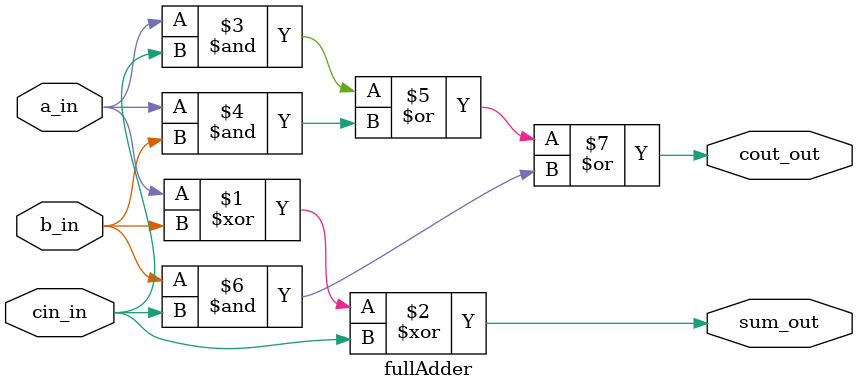
<source format=v>
`timescale 1ns/1ns
module fullAdder(a_in,b_in,cin_in,sum_out,cout_out);
	input wire a_in, b_in, cin_in;
	output wire sum_out, cout_out;

	assign sum_out = a_in^b_in^cin_in;
	assign cout_out = (a_in&cin_in)|(a_in&b_in)|(b_in&cin_in);
endmodule
</source>
